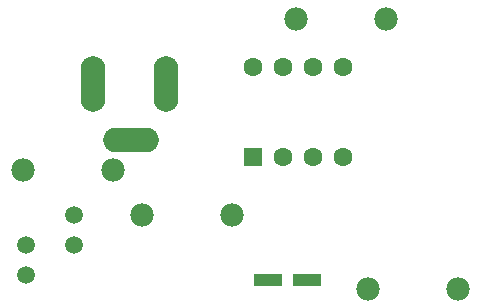
<source format=gts>
G04 Layer: TopSolderMaskLayer*
G04 EasyEDA v6.5.44, 2024-07-21 16:24:13*
G04 9c1bdb26fcb24e138229f6b6421db46a,10*
G04 Gerber Generator version 0.2*
G04 Scale: 100 percent, Rotated: No, Reflected: No *
G04 Dimensions in millimeters *
G04 leading zeros omitted , absolute positions ,4 integer and 5 decimal *
%FSLAX45Y45*%
%MOMM*%

%AMMACRO1*4,1,8,-1.1422,-0.5016,-1.2017,-0.442,-1.2017,0.4422,-1.1422,0.5016,1.142,0.5016,1.2017,0.4422,1.2017,-0.442,1.142,-0.5016,-1.1422,-0.5016,0*%
%AMMACRO2*4,1,8,-0.7711,-0.8009,-0.8009,-0.7709,-0.8009,0.7711,-0.7711,0.8009,0.7709,0.8009,0.8009,0.7711,0.8009,-0.7709,0.7709,-0.8009,-0.7711,-0.8009,0*%
%ADD10MACRO1*%
%ADD11O,2.101596X4.701590799999999*%
%ADD12O,4.701590799999999X2.101596*%
%ADD13C,1.5016*%
%ADD14C,1.9812*%
%ADD15MACRO2*%
%ADD16C,1.6016*%

%LPD*%
D10*
G01*
X3365500Y3695700D03*
G01*
X3035300Y3695700D03*
D11*
G01*
X2176881Y5353088D03*
G01*
X1556918Y5353113D03*
D12*
G01*
X1876907Y4883086D03*
D13*
G01*
X990600Y3987800D03*
G01*
X990600Y3733800D03*
G01*
X1397000Y4241800D03*
G01*
X1397000Y3987800D03*
D14*
G01*
X3276600Y5905500D03*
G01*
X4038600Y5905500D03*
G01*
X1968500Y4241800D03*
G01*
X2730500Y4241800D03*
G01*
X3886200Y3619500D03*
G01*
X4648200Y3619500D03*
G01*
X1727200Y4622800D03*
G01*
X965200Y4622800D03*
D15*
G01*
X2908300Y4737100D03*
D16*
G01*
X3162300Y4737100D03*
G01*
X3416300Y4737100D03*
G01*
X3670300Y4737100D03*
G01*
X2908300Y5499100D03*
G01*
X3162300Y5499100D03*
G01*
X3416300Y5499100D03*
G01*
X3670300Y5499100D03*
M02*

</source>
